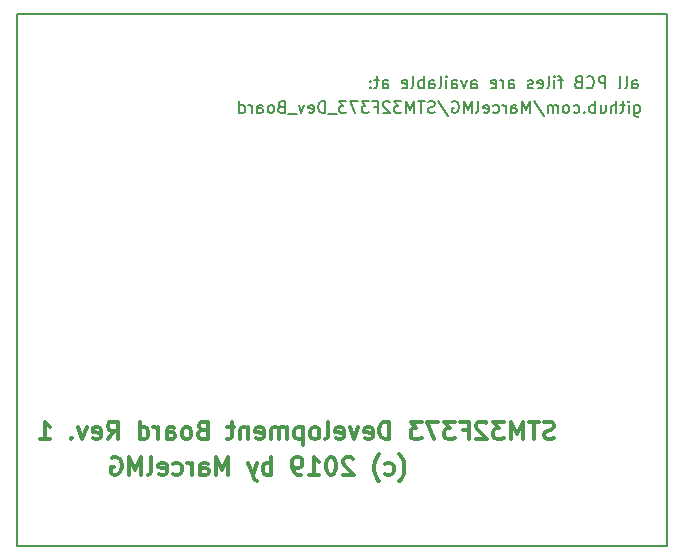
<source format=gbo>
G04 #@! TF.GenerationSoftware,KiCad,Pcbnew,5.0.2-bee76a0~70~ubuntu18.04.1*
G04 #@! TF.CreationDate,2019-10-04T10:46:57+02:00*
G04 #@! TF.ProjectId,STM32F373_Dev_Board,53544d33-3246-4333-9733-5f4465765f42,rev?*
G04 #@! TF.SameCoordinates,PX9104060PY5859300*
G04 #@! TF.FileFunction,Legend,Bot*
G04 #@! TF.FilePolarity,Positive*
%FSLAX46Y46*%
G04 Gerber Fmt 4.6, Leading zero omitted, Abs format (unit mm)*
G04 Created by KiCad (PCBNEW 5.0.2-bee76a0~70~ubuntu18.04.1) date Fr 04 Okt 2019 10:46:57 CEST*
%MOMM*%
%LPD*%
G01*
G04 APERTURE LIST*
%ADD10C,0.200000*%
%ADD11C,0.300000*%
%ADD12C,0.150000*%
G04 APERTURE END LIST*
D10*
X20952Y36387620D02*
X20952Y36911429D01*
X68571Y37006667D01*
X163809Y37054286D01*
X354285Y37054286D01*
X449523Y37006667D01*
X20952Y36435239D02*
X116190Y36387620D01*
X354285Y36387620D01*
X449523Y36435239D01*
X497142Y36530477D01*
X497142Y36625715D01*
X449523Y36720953D01*
X354285Y36768572D01*
X116190Y36768572D01*
X20952Y36816191D01*
X-598096Y36387620D02*
X-502858Y36435239D01*
X-455239Y36530477D01*
X-455239Y37387620D01*
X-1121905Y36387620D02*
X-1026667Y36435239D01*
X-979048Y36530477D01*
X-979048Y37387620D01*
X-2264762Y36387620D02*
X-2264762Y37387620D01*
X-2645715Y37387620D01*
X-2740953Y37340000D01*
X-2788572Y37292381D01*
X-2836191Y37197143D01*
X-2836191Y37054286D01*
X-2788572Y36959048D01*
X-2740953Y36911429D01*
X-2645715Y36863810D01*
X-2264762Y36863810D01*
X-3836191Y36482858D02*
X-3788572Y36435239D01*
X-3645715Y36387620D01*
X-3550477Y36387620D01*
X-3407620Y36435239D01*
X-3312381Y36530477D01*
X-3264762Y36625715D01*
X-3217143Y36816191D01*
X-3217143Y36959048D01*
X-3264762Y37149524D01*
X-3312381Y37244762D01*
X-3407620Y37340000D01*
X-3550477Y37387620D01*
X-3645715Y37387620D01*
X-3788572Y37340000D01*
X-3836191Y37292381D01*
X-4598096Y36911429D02*
X-4740953Y36863810D01*
X-4788572Y36816191D01*
X-4836191Y36720953D01*
X-4836191Y36578096D01*
X-4788572Y36482858D01*
X-4740953Y36435239D01*
X-4645715Y36387620D01*
X-4264762Y36387620D01*
X-4264762Y37387620D01*
X-4598096Y37387620D01*
X-4693334Y37340000D01*
X-4740953Y37292381D01*
X-4788572Y37197143D01*
X-4788572Y37101905D01*
X-4740953Y37006667D01*
X-4693334Y36959048D01*
X-4598096Y36911429D01*
X-4264762Y36911429D01*
X-5883810Y37054286D02*
X-6264762Y37054286D01*
X-6026667Y36387620D02*
X-6026667Y37244762D01*
X-6074286Y37340000D01*
X-6169524Y37387620D01*
X-6264762Y37387620D01*
X-6598096Y36387620D02*
X-6598096Y37054286D01*
X-6598096Y37387620D02*
X-6550477Y37340000D01*
X-6598096Y37292381D01*
X-6645715Y37340000D01*
X-6598096Y37387620D01*
X-6598096Y37292381D01*
X-7217143Y36387620D02*
X-7121905Y36435239D01*
X-7074286Y36530477D01*
X-7074286Y37387620D01*
X-7979048Y36435239D02*
X-7883810Y36387620D01*
X-7693334Y36387620D01*
X-7598096Y36435239D01*
X-7550477Y36530477D01*
X-7550477Y36911429D01*
X-7598096Y37006667D01*
X-7693334Y37054286D01*
X-7883810Y37054286D01*
X-7979048Y37006667D01*
X-8026667Y36911429D01*
X-8026667Y36816191D01*
X-7550477Y36720953D01*
X-8407620Y36435239D02*
X-8502858Y36387620D01*
X-8693334Y36387620D01*
X-8788572Y36435239D01*
X-8836191Y36530477D01*
X-8836191Y36578096D01*
X-8788572Y36673334D01*
X-8693334Y36720953D01*
X-8550477Y36720953D01*
X-8455239Y36768572D01*
X-8407620Y36863810D01*
X-8407620Y36911429D01*
X-8455239Y37006667D01*
X-8550477Y37054286D01*
X-8693334Y37054286D01*
X-8788572Y37006667D01*
X-10455239Y36387620D02*
X-10455239Y36911429D01*
X-10407620Y37006667D01*
X-10312381Y37054286D01*
X-10121905Y37054286D01*
X-10026667Y37006667D01*
X-10455239Y36435239D02*
X-10360000Y36387620D01*
X-10121905Y36387620D01*
X-10026667Y36435239D01*
X-9979048Y36530477D01*
X-9979048Y36625715D01*
X-10026667Y36720953D01*
X-10121905Y36768572D01*
X-10360000Y36768572D01*
X-10455239Y36816191D01*
X-10931429Y36387620D02*
X-10931429Y37054286D01*
X-10931429Y36863810D02*
X-10979048Y36959048D01*
X-11026667Y37006667D01*
X-11121905Y37054286D01*
X-11217143Y37054286D01*
X-11931429Y36435239D02*
X-11836191Y36387620D01*
X-11645715Y36387620D01*
X-11550477Y36435239D01*
X-11502858Y36530477D01*
X-11502858Y36911429D01*
X-11550477Y37006667D01*
X-11645715Y37054286D01*
X-11836191Y37054286D01*
X-11931429Y37006667D01*
X-11979048Y36911429D01*
X-11979048Y36816191D01*
X-11502858Y36720953D01*
X-13598096Y36387620D02*
X-13598096Y36911429D01*
X-13550477Y37006667D01*
X-13455239Y37054286D01*
X-13264762Y37054286D01*
X-13169524Y37006667D01*
X-13598096Y36435239D02*
X-13502858Y36387620D01*
X-13264762Y36387620D01*
X-13169524Y36435239D01*
X-13121905Y36530477D01*
X-13121905Y36625715D01*
X-13169524Y36720953D01*
X-13264762Y36768572D01*
X-13502858Y36768572D01*
X-13598096Y36816191D01*
X-13979048Y37054286D02*
X-14217143Y36387620D01*
X-14455239Y37054286D01*
X-15264762Y36387620D02*
X-15264762Y36911429D01*
X-15217143Y37006667D01*
X-15121905Y37054286D01*
X-14931429Y37054286D01*
X-14836191Y37006667D01*
X-15264762Y36435239D02*
X-15169524Y36387620D01*
X-14931429Y36387620D01*
X-14836191Y36435239D01*
X-14788572Y36530477D01*
X-14788572Y36625715D01*
X-14836191Y36720953D01*
X-14931429Y36768572D01*
X-15169524Y36768572D01*
X-15264762Y36816191D01*
X-15740953Y36387620D02*
X-15740953Y37054286D01*
X-15740953Y37387620D02*
X-15693334Y37340000D01*
X-15740953Y37292381D01*
X-15788572Y37340000D01*
X-15740953Y37387620D01*
X-15740953Y37292381D01*
X-16360000Y36387620D02*
X-16264762Y36435239D01*
X-16217143Y36530477D01*
X-16217143Y37387620D01*
X-17169524Y36387620D02*
X-17169524Y36911429D01*
X-17121905Y37006667D01*
X-17026667Y37054286D01*
X-16836191Y37054286D01*
X-16740953Y37006667D01*
X-17169524Y36435239D02*
X-17074286Y36387620D01*
X-16836191Y36387620D01*
X-16740953Y36435239D01*
X-16693334Y36530477D01*
X-16693334Y36625715D01*
X-16740953Y36720953D01*
X-16836191Y36768572D01*
X-17074286Y36768572D01*
X-17169524Y36816191D01*
X-17645715Y36387620D02*
X-17645715Y37387620D01*
X-17645715Y37006667D02*
X-17740953Y37054286D01*
X-17931429Y37054286D01*
X-18026667Y37006667D01*
X-18074286Y36959048D01*
X-18121905Y36863810D01*
X-18121905Y36578096D01*
X-18074286Y36482858D01*
X-18026667Y36435239D01*
X-17931429Y36387620D01*
X-17740953Y36387620D01*
X-17645715Y36435239D01*
X-18693334Y36387620D02*
X-18598096Y36435239D01*
X-18550477Y36530477D01*
X-18550477Y37387620D01*
X-19455239Y36435239D02*
X-19360000Y36387620D01*
X-19169524Y36387620D01*
X-19074286Y36435239D01*
X-19026667Y36530477D01*
X-19026667Y36911429D01*
X-19074286Y37006667D01*
X-19169524Y37054286D01*
X-19360000Y37054286D01*
X-19455239Y37006667D01*
X-19502858Y36911429D01*
X-19502858Y36816191D01*
X-19026667Y36720953D01*
X-21121905Y36387620D02*
X-21121905Y36911429D01*
X-21074286Y37006667D01*
X-20979048Y37054286D01*
X-20788572Y37054286D01*
X-20693334Y37006667D01*
X-21121905Y36435239D02*
X-21026667Y36387620D01*
X-20788572Y36387620D01*
X-20693334Y36435239D01*
X-20645715Y36530477D01*
X-20645715Y36625715D01*
X-20693334Y36720953D01*
X-20788572Y36768572D01*
X-21026667Y36768572D01*
X-21121905Y36816191D01*
X-21455239Y37054286D02*
X-21836191Y37054286D01*
X-21598096Y37387620D02*
X-21598096Y36530477D01*
X-21645715Y36435239D01*
X-21740953Y36387620D01*
X-21836191Y36387620D01*
X-22169524Y36482858D02*
X-22217143Y36435239D01*
X-22169524Y36387620D01*
X-22121905Y36435239D01*
X-22169524Y36482858D01*
X-22169524Y36387620D01*
X-22169524Y37006667D02*
X-22217143Y36959048D01*
X-22169524Y36911429D01*
X-22121905Y36959048D01*
X-22169524Y37006667D01*
X-22169524Y36911429D01*
X190000Y34954286D02*
X190000Y34144762D01*
X237619Y34049524D01*
X285238Y34001905D01*
X380476Y33954286D01*
X523333Y33954286D01*
X618571Y34001905D01*
X190000Y34335239D02*
X285238Y34287620D01*
X475714Y34287620D01*
X570952Y34335239D01*
X618571Y34382858D01*
X666190Y34478096D01*
X666190Y34763810D01*
X618571Y34859048D01*
X570952Y34906667D01*
X475714Y34954286D01*
X285238Y34954286D01*
X190000Y34906667D01*
X-286191Y34287620D02*
X-286191Y34954286D01*
X-286191Y35287620D02*
X-238572Y35240000D01*
X-286191Y35192381D01*
X-333810Y35240000D01*
X-286191Y35287620D01*
X-286191Y35192381D01*
X-619524Y34954286D02*
X-1000477Y34954286D01*
X-762381Y35287620D02*
X-762381Y34430477D01*
X-810000Y34335239D01*
X-905239Y34287620D01*
X-1000477Y34287620D01*
X-1333810Y34287620D02*
X-1333810Y35287620D01*
X-1762381Y34287620D02*
X-1762381Y34811429D01*
X-1714762Y34906667D01*
X-1619524Y34954286D01*
X-1476667Y34954286D01*
X-1381429Y34906667D01*
X-1333810Y34859048D01*
X-2667143Y34954286D02*
X-2667143Y34287620D01*
X-2238572Y34954286D02*
X-2238572Y34430477D01*
X-2286191Y34335239D01*
X-2381429Y34287620D01*
X-2524286Y34287620D01*
X-2619524Y34335239D01*
X-2667143Y34382858D01*
X-3143334Y34287620D02*
X-3143334Y35287620D01*
X-3143334Y34906667D02*
X-3238572Y34954286D01*
X-3429048Y34954286D01*
X-3524286Y34906667D01*
X-3571905Y34859048D01*
X-3619524Y34763810D01*
X-3619524Y34478096D01*
X-3571905Y34382858D01*
X-3524286Y34335239D01*
X-3429048Y34287620D01*
X-3238572Y34287620D01*
X-3143334Y34335239D01*
X-4048096Y34382858D02*
X-4095715Y34335239D01*
X-4048096Y34287620D01*
X-4000477Y34335239D01*
X-4048096Y34382858D01*
X-4048096Y34287620D01*
X-4952858Y34335239D02*
X-4857620Y34287620D01*
X-4667143Y34287620D01*
X-4571905Y34335239D01*
X-4524286Y34382858D01*
X-4476667Y34478096D01*
X-4476667Y34763810D01*
X-4524286Y34859048D01*
X-4571905Y34906667D01*
X-4667143Y34954286D01*
X-4857620Y34954286D01*
X-4952858Y34906667D01*
X-5524286Y34287620D02*
X-5429048Y34335239D01*
X-5381429Y34382858D01*
X-5333810Y34478096D01*
X-5333810Y34763810D01*
X-5381429Y34859048D01*
X-5429048Y34906667D01*
X-5524286Y34954286D01*
X-5667143Y34954286D01*
X-5762381Y34906667D01*
X-5810000Y34859048D01*
X-5857620Y34763810D01*
X-5857620Y34478096D01*
X-5810000Y34382858D01*
X-5762381Y34335239D01*
X-5667143Y34287620D01*
X-5524286Y34287620D01*
X-6286191Y34287620D02*
X-6286191Y34954286D01*
X-6286191Y34859048D02*
X-6333810Y34906667D01*
X-6429048Y34954286D01*
X-6571905Y34954286D01*
X-6667143Y34906667D01*
X-6714762Y34811429D01*
X-6714762Y34287620D01*
X-6714762Y34811429D02*
X-6762381Y34906667D01*
X-6857620Y34954286D01*
X-7000477Y34954286D01*
X-7095715Y34906667D01*
X-7143334Y34811429D01*
X-7143334Y34287620D01*
X-8333810Y35335239D02*
X-7476667Y34049524D01*
X-8667143Y34287620D02*
X-8667143Y35287620D01*
X-9000477Y34573334D01*
X-9333810Y35287620D01*
X-9333810Y34287620D01*
X-10238572Y34287620D02*
X-10238572Y34811429D01*
X-10190953Y34906667D01*
X-10095715Y34954286D01*
X-9905239Y34954286D01*
X-9810000Y34906667D01*
X-10238572Y34335239D02*
X-10143334Y34287620D01*
X-9905239Y34287620D01*
X-9810000Y34335239D01*
X-9762381Y34430477D01*
X-9762381Y34525715D01*
X-9810000Y34620953D01*
X-9905239Y34668572D01*
X-10143334Y34668572D01*
X-10238572Y34716191D01*
X-10714762Y34287620D02*
X-10714762Y34954286D01*
X-10714762Y34763810D02*
X-10762381Y34859048D01*
X-10810000Y34906667D01*
X-10905239Y34954286D01*
X-11000477Y34954286D01*
X-11762381Y34335239D02*
X-11667143Y34287620D01*
X-11476667Y34287620D01*
X-11381429Y34335239D01*
X-11333810Y34382858D01*
X-11286191Y34478096D01*
X-11286191Y34763810D01*
X-11333810Y34859048D01*
X-11381429Y34906667D01*
X-11476667Y34954286D01*
X-11667143Y34954286D01*
X-11762381Y34906667D01*
X-12571905Y34335239D02*
X-12476667Y34287620D01*
X-12286191Y34287620D01*
X-12190953Y34335239D01*
X-12143334Y34430477D01*
X-12143334Y34811429D01*
X-12190953Y34906667D01*
X-12286191Y34954286D01*
X-12476667Y34954286D01*
X-12571905Y34906667D01*
X-12619524Y34811429D01*
X-12619524Y34716191D01*
X-12143334Y34620953D01*
X-13190953Y34287620D02*
X-13095715Y34335239D01*
X-13048096Y34430477D01*
X-13048096Y35287620D01*
X-13571905Y34287620D02*
X-13571905Y35287620D01*
X-13905239Y34573334D01*
X-14238572Y35287620D01*
X-14238572Y34287620D01*
X-15238572Y35240000D02*
X-15143334Y35287620D01*
X-15000477Y35287620D01*
X-14857620Y35240000D01*
X-14762381Y35144762D01*
X-14714762Y35049524D01*
X-14667143Y34859048D01*
X-14667143Y34716191D01*
X-14714762Y34525715D01*
X-14762381Y34430477D01*
X-14857620Y34335239D01*
X-15000477Y34287620D01*
X-15095715Y34287620D01*
X-15238572Y34335239D01*
X-15286191Y34382858D01*
X-15286191Y34716191D01*
X-15095715Y34716191D01*
X-16429048Y35335239D02*
X-15571905Y34049524D01*
X-16714762Y34335239D02*
X-16857620Y34287620D01*
X-17095715Y34287620D01*
X-17190953Y34335239D01*
X-17238572Y34382858D01*
X-17286191Y34478096D01*
X-17286191Y34573334D01*
X-17238572Y34668572D01*
X-17190953Y34716191D01*
X-17095715Y34763810D01*
X-16905239Y34811429D01*
X-16810000Y34859048D01*
X-16762381Y34906667D01*
X-16714762Y35001905D01*
X-16714762Y35097143D01*
X-16762381Y35192381D01*
X-16810000Y35240000D01*
X-16905239Y35287620D01*
X-17143334Y35287620D01*
X-17286191Y35240000D01*
X-17571905Y35287620D02*
X-18143334Y35287620D01*
X-17857620Y34287620D02*
X-17857620Y35287620D01*
X-18476667Y34287620D02*
X-18476667Y35287620D01*
X-18810000Y34573334D01*
X-19143334Y35287620D01*
X-19143334Y34287620D01*
X-19524286Y35287620D02*
X-20143334Y35287620D01*
X-19810000Y34906667D01*
X-19952858Y34906667D01*
X-20048096Y34859048D01*
X-20095715Y34811429D01*
X-20143334Y34716191D01*
X-20143334Y34478096D01*
X-20095715Y34382858D01*
X-20048096Y34335239D01*
X-19952858Y34287620D01*
X-19667143Y34287620D01*
X-19571905Y34335239D01*
X-19524286Y34382858D01*
X-20524286Y35192381D02*
X-20571905Y35240000D01*
X-20667143Y35287620D01*
X-20905239Y35287620D01*
X-21000477Y35240000D01*
X-21048096Y35192381D01*
X-21095715Y35097143D01*
X-21095715Y35001905D01*
X-21048096Y34859048D01*
X-20476667Y34287620D01*
X-21095715Y34287620D01*
X-21857620Y34811429D02*
X-21524286Y34811429D01*
X-21524286Y34287620D02*
X-21524286Y35287620D01*
X-22000477Y35287620D01*
X-22286191Y35287620D02*
X-22905239Y35287620D01*
X-22571905Y34906667D01*
X-22714762Y34906667D01*
X-22810000Y34859048D01*
X-22857620Y34811429D01*
X-22905239Y34716191D01*
X-22905239Y34478096D01*
X-22857620Y34382858D01*
X-22810000Y34335239D01*
X-22714762Y34287620D01*
X-22429048Y34287620D01*
X-22333810Y34335239D01*
X-22286191Y34382858D01*
X-23238572Y35287620D02*
X-23905239Y35287620D01*
X-23476667Y34287620D01*
X-24190953Y35287620D02*
X-24810000Y35287620D01*
X-24476667Y34906667D01*
X-24619524Y34906667D01*
X-24714762Y34859048D01*
X-24762381Y34811429D01*
X-24810000Y34716191D01*
X-24810000Y34478096D01*
X-24762381Y34382858D01*
X-24714762Y34335239D01*
X-24619524Y34287620D01*
X-24333810Y34287620D01*
X-24238572Y34335239D01*
X-24190953Y34382858D01*
X-25000477Y34192381D02*
X-25762381Y34192381D01*
X-26000477Y34287620D02*
X-26000477Y35287620D01*
X-26238572Y35287620D01*
X-26381429Y35240000D01*
X-26476667Y35144762D01*
X-26524286Y35049524D01*
X-26571905Y34859048D01*
X-26571905Y34716191D01*
X-26524286Y34525715D01*
X-26476667Y34430477D01*
X-26381429Y34335239D01*
X-26238572Y34287620D01*
X-26000477Y34287620D01*
X-27381429Y34335239D02*
X-27286191Y34287620D01*
X-27095715Y34287620D01*
X-27000477Y34335239D01*
X-26952858Y34430477D01*
X-26952858Y34811429D01*
X-27000477Y34906667D01*
X-27095715Y34954286D01*
X-27286191Y34954286D01*
X-27381429Y34906667D01*
X-27429048Y34811429D01*
X-27429048Y34716191D01*
X-26952858Y34620953D01*
X-27762381Y34954286D02*
X-28000477Y34287620D01*
X-28238572Y34954286D01*
X-28381429Y34192381D02*
X-29143334Y34192381D01*
X-29714762Y34811429D02*
X-29857620Y34763810D01*
X-29905239Y34716191D01*
X-29952858Y34620953D01*
X-29952858Y34478096D01*
X-29905239Y34382858D01*
X-29857620Y34335239D01*
X-29762381Y34287620D01*
X-29381429Y34287620D01*
X-29381429Y35287620D01*
X-29714762Y35287620D01*
X-29810000Y35240000D01*
X-29857620Y35192381D01*
X-29905239Y35097143D01*
X-29905239Y35001905D01*
X-29857620Y34906667D01*
X-29810000Y34859048D01*
X-29714762Y34811429D01*
X-29381429Y34811429D01*
X-30524286Y34287620D02*
X-30429048Y34335239D01*
X-30381429Y34382858D01*
X-30333810Y34478096D01*
X-30333810Y34763810D01*
X-30381429Y34859048D01*
X-30429048Y34906667D01*
X-30524286Y34954286D01*
X-30667143Y34954286D01*
X-30762381Y34906667D01*
X-30810000Y34859048D01*
X-30857620Y34763810D01*
X-30857620Y34478096D01*
X-30810000Y34382858D01*
X-30762381Y34335239D01*
X-30667143Y34287620D01*
X-30524286Y34287620D01*
X-31714762Y34287620D02*
X-31714762Y34811429D01*
X-31667143Y34906667D01*
X-31571905Y34954286D01*
X-31381429Y34954286D01*
X-31286191Y34906667D01*
X-31714762Y34335239D02*
X-31619524Y34287620D01*
X-31381429Y34287620D01*
X-31286191Y34335239D01*
X-31238572Y34430477D01*
X-31238572Y34525715D01*
X-31286191Y34620953D01*
X-31381429Y34668572D01*
X-31619524Y34668572D01*
X-31714762Y34716191D01*
X-32190953Y34287620D02*
X-32190953Y34954286D01*
X-32190953Y34763810D02*
X-32238572Y34859048D01*
X-32286191Y34906667D01*
X-32381429Y34954286D01*
X-32476667Y34954286D01*
X-33238572Y34287620D02*
X-33238572Y35287620D01*
X-33238572Y34335239D02*
X-33143334Y34287620D01*
X-32952858Y34287620D01*
X-32857620Y34335239D01*
X-32810000Y34382858D01*
X-32762381Y34478096D01*
X-32762381Y34763810D01*
X-32810000Y34859048D01*
X-32857620Y34906667D01*
X-32952858Y34954286D01*
X-33143334Y34954286D01*
X-33238572Y34906667D01*
D11*
X-19695715Y3090000D02*
X-19624286Y3161429D01*
X-19481429Y3375715D01*
X-19410000Y3518572D01*
X-19338572Y3732858D01*
X-19267143Y4090000D01*
X-19267143Y4375715D01*
X-19338572Y4732858D01*
X-19410000Y4947143D01*
X-19481429Y5090000D01*
X-19624286Y5304286D01*
X-19695715Y5375715D01*
X-20910000Y3732858D02*
X-20767143Y3661429D01*
X-20481429Y3661429D01*
X-20338572Y3732858D01*
X-20267143Y3804286D01*
X-20195715Y3947143D01*
X-20195715Y4375715D01*
X-20267143Y4518572D01*
X-20338572Y4590000D01*
X-20481429Y4661429D01*
X-20767143Y4661429D01*
X-20910000Y4590000D01*
X-21410000Y3090000D02*
X-21481429Y3161429D01*
X-21624286Y3375715D01*
X-21695715Y3518572D01*
X-21767143Y3732858D01*
X-21838572Y4090000D01*
X-21838572Y4375715D01*
X-21767143Y4732858D01*
X-21695715Y4947143D01*
X-21624286Y5090000D01*
X-21481429Y5304286D01*
X-21410000Y5375715D01*
X-23624286Y5018572D02*
X-23695715Y5090000D01*
X-23838572Y5161429D01*
X-24195715Y5161429D01*
X-24338572Y5090000D01*
X-24410000Y5018572D01*
X-24481429Y4875715D01*
X-24481429Y4732858D01*
X-24410000Y4518572D01*
X-23552858Y3661429D01*
X-24481429Y3661429D01*
X-25410000Y5161429D02*
X-25552858Y5161429D01*
X-25695715Y5090000D01*
X-25767143Y5018572D01*
X-25838572Y4875715D01*
X-25910000Y4590000D01*
X-25910000Y4232858D01*
X-25838572Y3947143D01*
X-25767143Y3804286D01*
X-25695715Y3732858D01*
X-25552858Y3661429D01*
X-25410000Y3661429D01*
X-25267143Y3732858D01*
X-25195715Y3804286D01*
X-25124286Y3947143D01*
X-25052858Y4232858D01*
X-25052858Y4590000D01*
X-25124286Y4875715D01*
X-25195715Y5018572D01*
X-25267143Y5090000D01*
X-25410000Y5161429D01*
X-27338572Y3661429D02*
X-26481429Y3661429D01*
X-26910000Y3661429D02*
X-26910000Y5161429D01*
X-26767143Y4947143D01*
X-26624286Y4804286D01*
X-26481429Y4732858D01*
X-28052858Y3661429D02*
X-28338572Y3661429D01*
X-28481429Y3732858D01*
X-28552858Y3804286D01*
X-28695715Y4018572D01*
X-28767143Y4304286D01*
X-28767143Y4875715D01*
X-28695715Y5018572D01*
X-28624286Y5090000D01*
X-28481429Y5161429D01*
X-28195715Y5161429D01*
X-28052858Y5090000D01*
X-27981429Y5018572D01*
X-27910000Y4875715D01*
X-27910000Y4518572D01*
X-27981429Y4375715D01*
X-28052858Y4304286D01*
X-28195715Y4232858D01*
X-28481429Y4232858D01*
X-28624286Y4304286D01*
X-28695715Y4375715D01*
X-28767143Y4518572D01*
X-30552858Y3661429D02*
X-30552858Y5161429D01*
X-30552858Y4590000D02*
X-30695715Y4661429D01*
X-30981429Y4661429D01*
X-31124286Y4590000D01*
X-31195715Y4518572D01*
X-31267143Y4375715D01*
X-31267143Y3947143D01*
X-31195715Y3804286D01*
X-31124286Y3732858D01*
X-30981429Y3661429D01*
X-30695715Y3661429D01*
X-30552858Y3732858D01*
X-31767143Y4661429D02*
X-32124286Y3661429D01*
X-32481429Y4661429D02*
X-32124286Y3661429D01*
X-31981429Y3304286D01*
X-31910000Y3232858D01*
X-31767143Y3161429D01*
X-34195715Y3661429D02*
X-34195715Y5161429D01*
X-34695715Y4090000D01*
X-35195715Y5161429D01*
X-35195715Y3661429D01*
X-36552858Y3661429D02*
X-36552858Y4447143D01*
X-36481429Y4590000D01*
X-36338572Y4661429D01*
X-36052858Y4661429D01*
X-35910000Y4590000D01*
X-36552858Y3732858D02*
X-36410000Y3661429D01*
X-36052858Y3661429D01*
X-35910000Y3732858D01*
X-35838572Y3875715D01*
X-35838572Y4018572D01*
X-35910000Y4161429D01*
X-36052858Y4232858D01*
X-36410000Y4232858D01*
X-36552858Y4304286D01*
X-37267143Y3661429D02*
X-37267143Y4661429D01*
X-37267143Y4375715D02*
X-37338572Y4518572D01*
X-37410000Y4590000D01*
X-37552858Y4661429D01*
X-37695715Y4661429D01*
X-38838572Y3732858D02*
X-38695715Y3661429D01*
X-38410000Y3661429D01*
X-38267143Y3732858D01*
X-38195715Y3804286D01*
X-38124286Y3947143D01*
X-38124286Y4375715D01*
X-38195715Y4518572D01*
X-38267143Y4590000D01*
X-38410000Y4661429D01*
X-38695715Y4661429D01*
X-38838572Y4590000D01*
X-40052858Y3732858D02*
X-39910000Y3661429D01*
X-39624286Y3661429D01*
X-39481429Y3732858D01*
X-39410000Y3875715D01*
X-39410000Y4447143D01*
X-39481429Y4590000D01*
X-39624286Y4661429D01*
X-39910000Y4661429D01*
X-40052858Y4590000D01*
X-40124286Y4447143D01*
X-40124286Y4304286D01*
X-39410000Y4161429D01*
X-40981429Y3661429D02*
X-40838572Y3732858D01*
X-40767143Y3875715D01*
X-40767143Y5161429D01*
X-41552858Y3661429D02*
X-41552858Y5161429D01*
X-42052858Y4090000D01*
X-42552858Y5161429D01*
X-42552858Y3661429D01*
X-44052858Y5090000D02*
X-43910000Y5161429D01*
X-43695715Y5161429D01*
X-43481429Y5090000D01*
X-43338572Y4947143D01*
X-43267143Y4804286D01*
X-43195715Y4518572D01*
X-43195715Y4304286D01*
X-43267143Y4018572D01*
X-43338572Y3875715D01*
X-43481429Y3732858D01*
X-43695715Y3661429D01*
X-43838572Y3661429D01*
X-44052858Y3732858D01*
X-44124286Y3804286D01*
X-44124286Y4304286D01*
X-43838572Y4304286D01*
X-6610000Y6732858D02*
X-6824286Y6661429D01*
X-7181429Y6661429D01*
X-7324286Y6732858D01*
X-7395715Y6804286D01*
X-7467143Y6947143D01*
X-7467143Y7090000D01*
X-7395715Y7232858D01*
X-7324286Y7304286D01*
X-7181429Y7375715D01*
X-6895715Y7447143D01*
X-6752858Y7518572D01*
X-6681429Y7590000D01*
X-6610000Y7732858D01*
X-6610000Y7875715D01*
X-6681429Y8018572D01*
X-6752858Y8090000D01*
X-6895715Y8161429D01*
X-7252858Y8161429D01*
X-7467143Y8090000D01*
X-7895715Y8161429D02*
X-8752858Y8161429D01*
X-8324286Y6661429D02*
X-8324286Y8161429D01*
X-9252858Y6661429D02*
X-9252858Y8161429D01*
X-9752858Y7090000D01*
X-10252858Y8161429D01*
X-10252858Y6661429D01*
X-10824286Y8161429D02*
X-11752858Y8161429D01*
X-11252858Y7590000D01*
X-11467143Y7590000D01*
X-11610000Y7518572D01*
X-11681429Y7447143D01*
X-11752858Y7304286D01*
X-11752858Y6947143D01*
X-11681429Y6804286D01*
X-11610000Y6732858D01*
X-11467143Y6661429D01*
X-11038572Y6661429D01*
X-10895715Y6732858D01*
X-10824286Y6804286D01*
X-12324286Y8018572D02*
X-12395715Y8090000D01*
X-12538572Y8161429D01*
X-12895715Y8161429D01*
X-13038572Y8090000D01*
X-13110000Y8018572D01*
X-13181429Y7875715D01*
X-13181429Y7732858D01*
X-13110000Y7518572D01*
X-12252858Y6661429D01*
X-13181429Y6661429D01*
X-14324286Y7447143D02*
X-13824286Y7447143D01*
X-13824286Y6661429D02*
X-13824286Y8161429D01*
X-14538572Y8161429D01*
X-14967143Y8161429D02*
X-15895715Y8161429D01*
X-15395715Y7590000D01*
X-15610000Y7590000D01*
X-15752858Y7518572D01*
X-15824286Y7447143D01*
X-15895715Y7304286D01*
X-15895715Y6947143D01*
X-15824286Y6804286D01*
X-15752858Y6732858D01*
X-15610000Y6661429D01*
X-15181429Y6661429D01*
X-15038572Y6732858D01*
X-14967143Y6804286D01*
X-16395715Y8161429D02*
X-17395715Y8161429D01*
X-16752858Y6661429D01*
X-17824286Y8161429D02*
X-18752858Y8161429D01*
X-18252858Y7590000D01*
X-18467143Y7590000D01*
X-18610000Y7518572D01*
X-18681429Y7447143D01*
X-18752858Y7304286D01*
X-18752858Y6947143D01*
X-18681429Y6804286D01*
X-18610000Y6732858D01*
X-18467143Y6661429D01*
X-18038572Y6661429D01*
X-17895715Y6732858D01*
X-17824286Y6804286D01*
X-20538572Y6661429D02*
X-20538572Y8161429D01*
X-20895715Y8161429D01*
X-21110000Y8090000D01*
X-21252858Y7947143D01*
X-21324286Y7804286D01*
X-21395715Y7518572D01*
X-21395715Y7304286D01*
X-21324286Y7018572D01*
X-21252858Y6875715D01*
X-21110000Y6732858D01*
X-20895715Y6661429D01*
X-20538572Y6661429D01*
X-22610000Y6732858D02*
X-22467143Y6661429D01*
X-22181429Y6661429D01*
X-22038572Y6732858D01*
X-21967143Y6875715D01*
X-21967143Y7447143D01*
X-22038572Y7590000D01*
X-22181429Y7661429D01*
X-22467143Y7661429D01*
X-22610000Y7590000D01*
X-22681429Y7447143D01*
X-22681429Y7304286D01*
X-21967143Y7161429D01*
X-23181429Y7661429D02*
X-23538572Y6661429D01*
X-23895715Y7661429D01*
X-25038572Y6732858D02*
X-24895715Y6661429D01*
X-24610000Y6661429D01*
X-24467143Y6732858D01*
X-24395715Y6875715D01*
X-24395715Y7447143D01*
X-24467143Y7590000D01*
X-24610000Y7661429D01*
X-24895715Y7661429D01*
X-25038572Y7590000D01*
X-25110000Y7447143D01*
X-25110000Y7304286D01*
X-24395715Y7161429D01*
X-25967143Y6661429D02*
X-25824286Y6732858D01*
X-25752858Y6875715D01*
X-25752858Y8161429D01*
X-26752858Y6661429D02*
X-26610000Y6732858D01*
X-26538572Y6804286D01*
X-26467143Y6947143D01*
X-26467143Y7375715D01*
X-26538572Y7518572D01*
X-26610000Y7590000D01*
X-26752858Y7661429D01*
X-26967143Y7661429D01*
X-27110000Y7590000D01*
X-27181429Y7518572D01*
X-27252858Y7375715D01*
X-27252858Y6947143D01*
X-27181429Y6804286D01*
X-27110000Y6732858D01*
X-26967143Y6661429D01*
X-26752858Y6661429D01*
X-27895715Y7661429D02*
X-27895715Y6161429D01*
X-27895715Y7590000D02*
X-28038572Y7661429D01*
X-28324286Y7661429D01*
X-28467143Y7590000D01*
X-28538572Y7518572D01*
X-28610000Y7375715D01*
X-28610000Y6947143D01*
X-28538572Y6804286D01*
X-28467143Y6732858D01*
X-28324286Y6661429D01*
X-28038572Y6661429D01*
X-27895715Y6732858D01*
X-29252858Y6661429D02*
X-29252858Y7661429D01*
X-29252858Y7518572D02*
X-29324286Y7590000D01*
X-29467143Y7661429D01*
X-29681429Y7661429D01*
X-29824286Y7590000D01*
X-29895715Y7447143D01*
X-29895715Y6661429D01*
X-29895715Y7447143D02*
X-29967143Y7590000D01*
X-30110000Y7661429D01*
X-30324286Y7661429D01*
X-30467143Y7590000D01*
X-30538572Y7447143D01*
X-30538572Y6661429D01*
X-31824286Y6732858D02*
X-31681429Y6661429D01*
X-31395715Y6661429D01*
X-31252858Y6732858D01*
X-31181429Y6875715D01*
X-31181429Y7447143D01*
X-31252858Y7590000D01*
X-31395715Y7661429D01*
X-31681429Y7661429D01*
X-31824286Y7590000D01*
X-31895715Y7447143D01*
X-31895715Y7304286D01*
X-31181429Y7161429D01*
X-32538572Y7661429D02*
X-32538572Y6661429D01*
X-32538572Y7518572D02*
X-32610000Y7590000D01*
X-32752858Y7661429D01*
X-32967143Y7661429D01*
X-33110000Y7590000D01*
X-33181429Y7447143D01*
X-33181429Y6661429D01*
X-33681429Y7661429D02*
X-34252858Y7661429D01*
X-33895715Y8161429D02*
X-33895715Y6875715D01*
X-33967143Y6732858D01*
X-34110000Y6661429D01*
X-34252858Y6661429D01*
X-36395715Y7447143D02*
X-36610000Y7375715D01*
X-36681429Y7304286D01*
X-36752858Y7161429D01*
X-36752858Y6947143D01*
X-36681429Y6804286D01*
X-36610000Y6732858D01*
X-36467143Y6661429D01*
X-35895715Y6661429D01*
X-35895715Y8161429D01*
X-36395715Y8161429D01*
X-36538572Y8090000D01*
X-36610000Y8018572D01*
X-36681429Y7875715D01*
X-36681429Y7732858D01*
X-36610000Y7590000D01*
X-36538572Y7518572D01*
X-36395715Y7447143D01*
X-35895715Y7447143D01*
X-37610000Y6661429D02*
X-37467143Y6732858D01*
X-37395715Y6804286D01*
X-37324286Y6947143D01*
X-37324286Y7375715D01*
X-37395715Y7518572D01*
X-37467143Y7590000D01*
X-37610000Y7661429D01*
X-37824286Y7661429D01*
X-37967143Y7590000D01*
X-38038572Y7518572D01*
X-38110000Y7375715D01*
X-38110000Y6947143D01*
X-38038572Y6804286D01*
X-37967143Y6732858D01*
X-37824286Y6661429D01*
X-37610000Y6661429D01*
X-39395715Y6661429D02*
X-39395715Y7447143D01*
X-39324286Y7590000D01*
X-39181429Y7661429D01*
X-38895715Y7661429D01*
X-38752858Y7590000D01*
X-39395715Y6732858D02*
X-39252858Y6661429D01*
X-38895715Y6661429D01*
X-38752858Y6732858D01*
X-38681429Y6875715D01*
X-38681429Y7018572D01*
X-38752858Y7161429D01*
X-38895715Y7232858D01*
X-39252858Y7232858D01*
X-39395715Y7304286D01*
X-40110000Y6661429D02*
X-40110000Y7661429D01*
X-40110000Y7375715D02*
X-40181429Y7518572D01*
X-40252858Y7590000D01*
X-40395715Y7661429D01*
X-40538572Y7661429D01*
X-41681429Y6661429D02*
X-41681429Y8161429D01*
X-41681429Y6732858D02*
X-41538572Y6661429D01*
X-41252858Y6661429D01*
X-41110000Y6732858D01*
X-41038572Y6804286D01*
X-40967143Y6947143D01*
X-40967143Y7375715D01*
X-41038572Y7518572D01*
X-41110000Y7590000D01*
X-41252858Y7661429D01*
X-41538572Y7661429D01*
X-41681429Y7590000D01*
X-44395715Y6661429D02*
X-43895715Y7375715D01*
X-43538572Y6661429D02*
X-43538572Y8161429D01*
X-44110000Y8161429D01*
X-44252858Y8090000D01*
X-44324286Y8018572D01*
X-44395715Y7875715D01*
X-44395715Y7661429D01*
X-44324286Y7518572D01*
X-44252858Y7447143D01*
X-44110000Y7375715D01*
X-43538572Y7375715D01*
X-45610000Y6732858D02*
X-45467143Y6661429D01*
X-45181429Y6661429D01*
X-45038572Y6732858D01*
X-44967143Y6875715D01*
X-44967143Y7447143D01*
X-45038572Y7590000D01*
X-45181429Y7661429D01*
X-45467143Y7661429D01*
X-45610000Y7590000D01*
X-45681429Y7447143D01*
X-45681429Y7304286D01*
X-44967143Y7161429D01*
X-46181429Y7661429D02*
X-46538572Y6661429D01*
X-46895715Y7661429D01*
X-47467143Y6804286D02*
X-47538572Y6732858D01*
X-47467143Y6661429D01*
X-47395715Y6732858D01*
X-47467143Y6804286D01*
X-47467143Y6661429D01*
X-50110000Y6661429D02*
X-49252858Y6661429D01*
X-49681429Y6661429D02*
X-49681429Y8161429D01*
X-49538572Y7947143D01*
X-49395715Y7804286D01*
X-49252858Y7732858D01*
D12*
X-52060000Y42640000D02*
X2940000Y42640000D01*
X-52060000Y-2360000D02*
X-52060000Y42640000D01*
X2940000Y-2360000D02*
X-52060000Y-2360000D01*
X2940000Y42640000D02*
X2940000Y-2360000D01*
M02*

</source>
